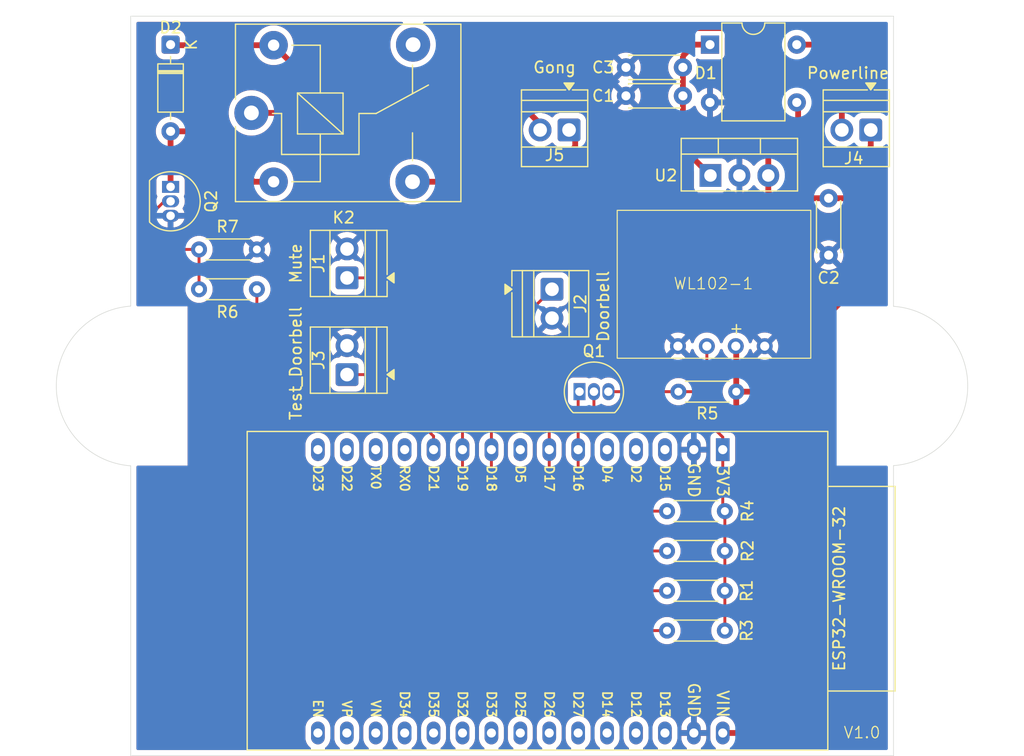
<source format=kicad_pcb>
(kicad_pcb (version 20241229) (generator "pcbnew") (generator_version "9.0")
  (layers (0 "F.Cu" signal) (2 "B.Cu" signal) (13 "F.Paste" user) (15 "B.Paste" user) (5 "F.SilkS" user "F.Silkscreen") (7 "B.SilkS" user "B.Silkscreen") (1 "F.Mask" user) (3 "B.Mask" user) (25 "Edge.Cuts" user))
  (net 0 "")
  (net 1 "GND")
  (net 2 "Net-(D1-+)")
  (net 3 "5V")
  (net 4 "Net-(J4-Pin_2)")
  (net 5 "Net-(J4-Pin_1)")
  (net 6 "Net-(J5-Pin_1)")
  (net 7 "Net-(J5-Pin_2)")
  (net 8 "Net-(ESP32-WROOM-32-D18)")
  (net 9 "Net-(ESP32-WROOM-32-D17)")
  (net 10 "Net-(ESP32-WROOM-32-D19)")
  (net 11 "D16")
  (net 12 "D21")
  (net 34 "Net-(D2-A)")
  (net 35 "3V3")
  (net 36 "Net-(Q1-D)")
  (net 37 "Net-(Q2-B)")
  (footprint "Resistor_THT:R_Axial_DIN0204_L3.6mm_D1.6mm_P5.08mm_Horizontal" (layer "F.Cu") (at 217.68456 106 180)
    (property "Reference" "R5" (at 2.54 -1.92 0) (layer "F.SilkS"))
    (property "Value" "10k")
    (fp_line (start 0.62 0.92) (end 4.46 0.92) (stroke (width 0.12)) (layer "F.SilkS"))
    (fp_line (start 0.62 -0.92) (end 4.46 -0.92) (stroke (width 0.12)) (layer "F.SilkS"))
    (pad "1" thru_hole circle (at 0 0 180) (size 1.4 1.4) (drill 0.7) (layers "*.Cu" "*.Mask") (net 3 "5V"))
    (pad "2" thru_hole circle (at 5.08 0 180) (size 1.4 1.4) (drill 0.7) (layers "*.Cu" "*.Mask") (net 36 "Net-(Q1-D)"))
  )
  (footprint "TerminalBlock:TerminalBlock_Xinya_XY308-2.54-2P_1x02_P2.54mm_Horizontal" (layer "F.Cu") (at 229.5 83 180)
    (property "Reference" "J4" (at 1.5 -2.5 0) (layer "F.SilkS"))
    (property "Value" "Powerline" (at 2 5 0) (layer "F.SilkS"))
    (fp_line (start 4.18 3.52) (end 0.3 3.52) (stroke (width 0.12)) (layer "F.SilkS"))
    (fp_line (start 4.18 -3.22) (end 4.18 3.52) (stroke (width 0.12)) (layer "F.SilkS"))
    (fp_line (start -0.3 3.52) (end -1.64 3.52) (stroke (width 0.12)) (layer "F.SilkS"))
    (fp_line (start -1.64 3.52) (end -1.64 -3.22) (stroke (width 0.12)) (layer "F.SilkS"))
    (fp_line (start -1.64 2.6) (end 4.18 2.6) (stroke (width 0.12)) (layer "F.SilkS"))
    (fp_line (start -1.64 1.6) (end 4.18 1.6) (stroke (width 0.12)) (layer "F.SilkS"))
    (fp_line (start -1.64 -1.5) (end 4.18 -1.5) (stroke (width 0.12)) (layer "F.SilkS"))
    (fp_line (start -1.64 -3.22) (end 4.18 -3.22) (stroke (width 0.12)) (layer "F.SilkS"))
    (fp_poly (pts (xy 0 3.52) (xy 0.44 4.13) (xy -0.44 4.13)) (stroke (width 0.12)) (fill yes) (layer "F.SilkS"))
    (pad "1" thru_hole roundrect (at 0 0 180) (size 2 2) (drill 1.2) (layers "*.Cu" "*.Mask") (roundrect_rratio 0.125) (net 5 "Net-(J4-Pin_1)"))
    (pad "2" thru_hole circle (at 2.54 0 180) (size 2 2) (drill 1.2) (layers "*.Cu" "*.Mask") (net 4 "Net-(J4-Pin_2)"))
  )
  (footprint "Relay_THT:Relay_SPDT_SANYOU_SRD_Series_Form_C" (layer "F.Cu") (at 175.1 81.5)
    (property "Reference" "K2" (at 8.1 9.2 0) (layer "F.SilkS"))
    (property "Value" "SRD-05VDC-SL-C")
    (fp_line (start -1.4 -7.8) (end -1.4 -1.2) (stroke (width 0.12)) (layer "F.SilkS"))
    (fp_line (start -1.4 -7.8) (end 18.4 -7.8) (stroke (width 0.12)) (layer "F.SilkS"))
    (fp_line (start -1.4 1.2) (end -1.4 7.8) (stroke (width 0.12)) (layer "F.SilkS"))
    (fp_line (start 2.65 0.05) (end 1.85 0.05) (stroke (width 0.12)) (layer "F.SilkS"))
    (fp_line (start 2.65 0.05) (end 2.65 3.65) (stroke (width 0.12)) (layer "F.SilkS"))
    (fp_line (start 3.55 6.05) (end 6.05 6.05) (stroke (width 0.12)) (layer "F.SilkS"))
    (fp_line (start 4.05 -1.75) (end 8.05 -1.75) (stroke (width 0.12)) (layer "F.SilkS"))
    (fp_line (start 4.05 1.85) (end 4.05 -1.75) (stroke (width 0.12)) (layer "F.SilkS"))
    (fp_line (start 6.05 -5.95) (end 3.55 -5.95) (stroke (width 0.12)) (layer "F.SilkS"))
    (fp_line (start 6.05 -5.95) (end 6.05 -1.75) (stroke (width 0.12)) (layer "F.SilkS"))
    (fp_line (start 6.05 1.85) (end 6.05 6.05) (stroke (width 0.12)) (layer "F.SilkS"))
    (fp_line (start 8.05 -1.75) (end 8.05 1.85) (stroke (width 0.12)) (layer "F.SilkS"))
    (fp_line (start 8.05 1.85) (end 4.05 -1.75) (stroke (width 0.12)) (layer "F.SilkS"))
    (fp_line (start 8.05 1.85) (end 4.05 1.85) (stroke (width 0.12)) (layer "F.SilkS"))
    (fp_line (start 9.45 0.05) (end 9.45 3.65) (stroke (width 0.12)) (layer "F.SilkS"))
    (fp_line (start 9.45 0.05) (end 10.95 0.05) (stroke (width 0.12)) (layer "F.SilkS"))
    (fp_line (start 9.45 3.65) (end 2.65 3.65) (stroke (width 0.12)) (layer "F.SilkS"))
    (fp_line (start 10.95 0.05) (end 15.55 -2.45) (stroke (width 0.12)) (layer "F.SilkS"))
    (fp_line (start 14.15 -4.2) (end 14.15 -1.7) (stroke (width 0.12)) (layer "F.SilkS"))
    (fp_line (start 14.15 4.2) (end 14.15 1.75) (stroke (width 0.12)) (layer "F.SilkS"))
    (fp_line (start 18.4 -7.8) (end 18.4 7.8) (stroke (width 0.12)) (layer "F.SilkS"))
    (fp_line (start 18.4 7.8) (end -1.4 7.8) (stroke (width 0.12)) (layer "F.SilkS"))
    (pad "1" thru_hole circle (at 0 0 90) (size 3 3) (drill 1.3) (layers "*.Cu" "*.Mask") (net 7 "Net-(J5-Pin_2)"))
    (pad "2" thru_hole circle (at 1.95 6.05 90) (size 2.5 2.5) (drill 1) (layers "*.Cu" "*.Mask") (net 34 "Net-(D2-A)"))
    (pad "3" thru_hole circle (at 14.15 6.05 90) (size 3 3) (drill 1.3) (layers "*.Cu" "*.Mask") (net 6 "Net-(J5-Pin_1)"))
    (pad "4" thru_hole circle (at 14.2 -6 90) (size 3 3) (drill 1.3) (layers "*.Cu" "*.Mask"))
    (pad "5" thru_hole circle (at 1.95 -5.95 90) (size 2.5 2.5) (drill 1) (layers "*.Cu" "*.Mask") (net 3 "5V"))
  )
  (footprint "Resistor_THT:R_Axial_DIN0204_L3.6mm_D1.6mm_P5.08mm_Horizontal" (layer "F.Cu") (at 170.5 93.5)
    (property "Reference" "R7" (at 2.5 -2 0) (layer "F.SilkS"))
    (property "Value" "10k")
    (fp_line (start 0.62 -0.92) (end 4.46 -0.92) (stroke (width 0.12)) (layer "F.SilkS"))
    (fp_line (start 0.62 0.92) (end 4.46 0.92) (stroke (width 0.12)) (layer "F.SilkS"))
    (pad "1" thru_hole circle (at 0 0) (size 1.4 1.4) (drill 0.7) (layers "*.Cu" "*.Mask") (net 37 "Net-(Q2-B)"))
    (pad "2" thru_hole circle (at 5.08 0) (size 1.4 1.4) (drill 0.7) (layers "*.Cu" "*.Mask") (net 1 "GND"))
  )
  (footprint "Diode_THT:Diode_Bridge_DIP-4_W7.62mm_P5.08mm" (layer "F.Cu") (at 215.38 75.5)
    (property "Reference" "D1" (at -0.38 2.5 0) (layer "F.SilkS"))
    (property "Value" "DF005M")
    (fp_line (start 1.04 -1.9) (end 1.04 6.7) (stroke (width 0.12)) (layer "F.SilkS"))
    (fp_line (start 1.04 6.7) (end 6.58 6.7) (stroke (width 0.12)) (layer "F.SilkS"))
    (fp_line (start 2.81 -1.9) (end 1.04 -1.9) (stroke (width 0.12)) (layer "F.SilkS"))
    (fp_line (start 6.58 -1.9) (end 4.81 -1.9) (stroke (width 0.12)) (layer "F.SilkS"))
    (fp_line (start 6.58 6.7) (end 6.58 -1.9) (stroke (width 0.12)) (layer "F.SilkS"))
    (fp_arc (start 4.81 -1.9) (mid 3.81 -0.9) (end 2.81 -1.9) (stroke (width 0.12)) (layer "F.SilkS"))
    (pad "1" thru_hole rect (at 0 0) (size 1.6 1.6) (drill 0.8) (layers "*.Cu" "*.Mask") (net 2 "Net-(D1-+)"))
    (pad "2" thru_hole oval (at 0 5.08) (size 1.6 1.6) (drill 0.8) (layers "*.Cu" "*.Mask") (net 1 "GND"))
    (pad "3" thru_hole oval (at 7.62 5.08) (size 1.6 1.6) (drill 0.8) (layers "*.Cu" "*.Mask") (net 5 "Net-(J4-Pin_1)"))
    (pad "4" thru_hole oval (at 7.62 0) (size 1.6 1.6) (drill 0.8) (layers "*.Cu" "*.Mask") (net 4 "Net-(J4-Pin_2)"))
  )
  (footprint "Resistor_THT:R_Axial_DIN0204_L3.6mm_D1.6mm_P5.08mm_Horizontal" (layer "F.Cu") (at 216.68456 120 180)
    (property "Reference" "R2" (at -2 0 90) (layer "F.SilkS"))
    (property "Value" "10k")
    (fp_line (start 0.62 0.92) (end 4.46 0.92) (stroke (width 0.12)) (layer "F.SilkS"))
    (fp_line (start 0.62 -0.92) (end 4.46 -0.92) (stroke (width 0.12)) (layer "F.SilkS"))
    (pad "1" thru_hole circle (at 0 0 180) (size 1.4 1.4) (drill 0.7) (layers "*.Cu" "*.Mask") (net 35 "3V3"))
    (pad "2" thru_hole circle (at 5.08 0 180) (size 1.4 1.4) (drill 0.7) (layers "*.Cu" "*.Mask") (net 9 "Net-(ESP32-WROOM-32-D17)"))
  )
  (footprint "TerminalBlock:TerminalBlock_Xinya_XY308-2.54-2P_1x02_P2.54mm_Horizontal" (layer "F.Cu") (at 201.5 97 -90)
    (property "Reference" "J2" (at 1.27 -2.5 90) (layer "F.SilkS"))
    (property "Value" "Doorbell" (at 1.5 -4.5 90) (layer "F.SilkS"))
    (fp_line (start -1.64 3.52) (end -1.64 -3.22) (stroke (width 0.12)) (layer "F.SilkS"))
    (fp_line (start -0.3 3.52) (end -1.64 3.52) (stroke (width 0.12)) (layer "F.SilkS"))
    (fp_line (start 4.18 3.52) (end 0.3 3.52) (stroke (width 0.12)) (layer "F.SilkS"))
    (fp_line (start -1.64 2.6) (end 4.18 2.6) (stroke (width 0.12)) (layer "F.SilkS"))
    (fp_line (start -1.64 1.6) (end 4.18 1.6) (stroke (width 0.12)) (layer "F.SilkS"))
    (fp_line (start -1.64 -1.5) (end 4.18 -1.5) (stroke (width 0.12)) (layer "F.SilkS"))
    (fp_line (start -1.64 -3.22) (end 4.18 -3.22) (stroke (width 0.12)) (layer "F.SilkS"))
    (fp_line (start 4.18 -3.22) (end 4.18 3.52) (stroke (width 0.12)) (layer "F.SilkS"))
    (fp_poly (pts (xy 0 3.52) (xy 0.44 4.13) (xy -0.44 4.13)) (stroke (width 0.12)) (fill yes) (layer "F.SilkS"))
    (pad "1" thru_hole roundrect (at 0 0 270) (size 2 2) (drill 1.2) (layers "*.Cu" "*.Mask") (roundrect_rratio 0.125) (net 9 "Net-(ESP32-WROOM-32-D17)"))
    (pad "2" thru_hole circle (at 2.54 0 270) (size 2 2) (drill 1.2) (layers "*.Cu" "*.Mask") (net 1 "GND"))
  )
  (footprint "Resistor_THT:R_Axial_DIN0204_L3.6mm_D1.6mm_P5.08mm_Horizontal" (layer "F.Cu") (at 175.58 97 180)
    (property "Reference" "R6" (at 2.58 -2 0) (layer "F.SilkS"))
    (property "Value" "1k")
    (fp_line (start 0.62 0.92) (end 4.46 0.92) (stroke (width 0.12)) (layer "F.SilkS"))
    (fp_line (start 0.62 -0.92) (end 4.46 -0.92) (stroke (width 0.12)) (layer "F.SilkS"))
    (pad "1" thru_hole circle (at 0 0 180) (size 1.4 1.4) (drill 0.7) (layers "*.Cu" "*.Mask") (net 12 "D21"))
    (pad "2" thru_hole circle (at 5.08 0 180) (size 1.4 1.4) (drill 0.7) (layers "*.Cu" "*.Mask") (net 37 "Net-(Q2-B)"))
  )
  (footprint "Capacitor_THT:C_Disc_D4.3mm_W1.9mm_P5.00mm" (layer "F.Cu") (at 213 77.5 180)
    (property "Reference" "C3" (at 7 0 0) (layer "F.SilkS"))
    (property "Value" "470uF")
    (fp_line (start 4.77 1.07) (end 0.23 1.07) (stroke (width 0.12)) (layer "F.SilkS"))
    (fp_line (start 4.77 1.014) (end 4.77 1.07) (stroke (width 0.12)) (layer "F.SilkS"))
    (fp_line (start 0.23 -1.014) (end 0.23 -1.07) (stroke (width 0.12)) (layer "F.SilkS"))
    (fp_line (start 0.23 -1.07) (end 4.77 -1.07) (stroke (width 0.12)) (layer "F.SilkS"))
    (pad "1" thru_hole circle (at 0 0 180) (size 1.6 1.6) (drill 0.8) (layers "*.Cu" "*.Mask") (net 2 "Net-(D1-+)"))
    (pad "2" thru_hole circle (at 5 0 180) (size 1.6 1.6) (drill 0.8) (layers "*.Cu" "*.Mask") (net 1 "GND"))
  )
  (footprint "Capacitor_THT:C_Disc_D4.3mm_W1.9mm_P5.00mm" (layer "F.Cu") (at 213 80 180)
    (property "Reference" "C1" (at 7 0 0) (layer "F.SilkS"))
    (property "Value" "0.33uF")
    (fp_line (start 4.77 1.07) (end 0.23 1.07) (stroke (width 0.12)) (layer "F.SilkS"))
    (fp_line (start 4.77 1.014) (end 4.77 1.07) (stroke (width 0.12)) (layer "F.SilkS"))
    (fp_line (start 0.23 -1.014) (end 0.23 -1.07) (stroke (width 0.12)) (layer "F.SilkS"))
    (fp_line (start 0.23 -1.07) (end 4.77 -1.07) (stroke (width 0.12)) (layer "F.SilkS"))
    (pad "1" thru_hole circle (at 0 0 180) (size 1.6 1.6) (drill 0.8) (layers "*.Cu" "*.Mask") (net 2 "Net-(D1-+)"))
    (pad "2" thru_hole circle (at 5 0 180) (size 1.6 1.6) (drill 0.8) (layers "*.Cu" "*.Mask") (net 1 "GND"))
  )
  (footprint "Resistor_THT:R_Axial_DIN0204_L3.6mm_D1.6mm_P5.08mm_Horizontal" (layer "F.Cu") (at 216.68456 123.5 180)
    (property "Reference" "R1" (at -1.92 0 90) (layer "F.SilkS"))
    (property "Value" "10k")
    (fp_line (start 0.62 0.92) (end 4.46 0.92) (stroke (width 0.12)) (layer "F.SilkS"))
    (fp_line (start 0.62 -0.92) (end 4.46 -0.92) (stroke (width 0.12)) (layer "F.SilkS"))
    (pad "1" thru_hole circle (at 0 0 180) (size 1.4 1.4) (drill 0.7) (layers "*.Cu" "*.Mask") (net 35 "3V3"))
    (pad "2" thru_hole circle (at 5.08 0 180) (size 1.4 1.4) (drill 0.7) (layers "*.Cu" "*.Mask") (net 8 "Net-(ESP32-WROOM-32-D18)"))
  )
  (footprint "Resistor_THT:R_Axial_DIN0204_L3.6mm_D1.6mm_P5.08mm_Horizontal" (layer "F.Cu") (at 216.68456 127 180)
    (property "Reference" "R3" (at -1.92 0 90) (layer "F.SilkS"))
    (property "Value" "10k")
    (fp_line (start 0.62 0.92) (end 4.46 0.92) (stroke (width 0.12)) (layer "F.SilkS"))
    (fp_line (start 0.62 -0.92) (end 4.46 -0.92) (stroke (width 0.12)) (layer "F.SilkS"))
    (pad "1" thru_hole circle (at 0 0 180) (size 1.4 1.4) (drill 0.7) (layers "*.Cu" "*.Mask") (net 35 "3V3"))
    (pad "2" thru_hole circle (at 5.08 0 180) (size 1.4 1.4) (drill 0.7) (layers "*.Cu" "*.Mask") (net 10 "Net-(ESP32-WROOM-32-D19)"))
  )
  (footprint "Package_TO_SOT_THT:TO-92_Inline" (layer "F.Cu") (at 203.91456 106)
    (property "Reference" "Q1" (at 1.27 -3.56 0) (layer "F.SilkS"))
    (property "Value" "2N7000")
    (fp_line (start -0.53 1.85) (end 3.07 1.85) (stroke (width 0.12)) (layer "F.SilkS"))
    (fp_arc (start -0.568478 1.838478) (mid -1.132087 -0.994977) (end 1.27 -2.6) (stroke (width 0.12)) (layer "F.SilkS"))
    (fp_arc (start 1.27 -2.6) (mid 3.672087 -0.994977) (end 3.108478 1.838478) (stroke (width 0.12)) (layer "F.SilkS"))
    (pad "1" thru_hole rect (at 0 0) (size 1.05 1.5) (drill 0.75) (layers "*.Cu" "*.Mask") (net 11 "D16"))
    (pad "2" thru_hole oval (at 1.27 0) (size 1.05 1.5) (drill 0.75) (layers "*.Cu" "*.Mask") (net 35 "3V3"))
    (pad "3" thru_hole oval (at 2.54 0) (size 1.05 1.5) (drill 0.75) (layers "*.Cu" "*.Mask") (net 36 "Net-(Q1-D)"))
  )
  (footprint "MountingHole:MountingHole_5.3mm_M5" (layer "F.Cu") (at 233.5 105.5)
    (property "Reference" "REF**" (hide yes))
    (property "Value" "MountingHole_5.3mm_M5")
    (pad "" np_thru_hole circle (at 0 0) (size 5.3 5.3) (drill 5.3) (layers "*.Cu" "*.Mask"))
  )
  (footprint "MountingHole:MountingHole_5.3mm_M5" (layer "F.Cu") (at 162.5 105.5)
    (property "Reference" "REF**" (hide yes))
    (property "Value" "MountingHole_5.3mm_M5")
    (pad "" np_thru_hole circle (at 0 0) (size 5.3 5.3) (drill 5.3) (layers "*.Cu" "*.Mask"))
  )
  (footprint "TerminalBlock:TerminalBlock_Xinya_XY308-2.54-2P_1x02_P2.54mm_Horizontal" (layer "F.Cu") (at 183.5 96 90)
    (property "Reference" "J1" (at 1.275 -2.5 90) (layer "F.SilkS"))
    (property "Value" "Mute" (at 1.275 -4.5 90) (layer "F.SilkS"))
    (fp_line (start 4.18 -3.22) (end 4.18 3.52) (stroke (width 0.12)) (layer "F.SilkS"))
    (fp_line (start -1.64 -3.22) (end 4.18 -3.22) (stroke (width 0.12)) (layer "F.SilkS"))
    (fp_line (start -1.64 -1.5) (end 4.18 -1.5) (stroke (width 0.12)) (layer "F.SilkS"))
    (fp_line (start -1.64 1.6) (end 4.18 1.6) (stroke (width 0.12)) (layer "F.SilkS"))
    (fp_line (start -1.64 2.6) (end 4.18 2.6) (stroke (width 0.12)) (layer "F.SilkS"))
    (fp_line (start 4.18 3.52) (end 0.3 3.52) (stroke (width 0.12)) (layer "F.SilkS"))
    (fp_line (start -0.3 3.52) (end -1.64 3.52) (stroke (width 0.12)) (layer "F.SilkS"))
    (fp_line (start -1.64 3.52) (end -1.64 -3.22) (stroke (width 0.12)) (layer "F.SilkS"))
    (fp_poly (pts (xy 0 3.52) (xy 0.44 4.13) (xy -0.44 4.13)) (stroke (width 0.12)) (fill yes) (layer "F.SilkS"))
    (pad "1" thru_hole roundrect (at 0 0 90) (size 2 2) (drill 1.2) (layers "*.Cu" "*.Mask") (roundrect_rratio 0.125) (net 8 "Net-(ESP32-WROOM-32-D18)"))
    (pad "2" thru_hole circle (at 2.54 0 90) (size 2 2) (drill 1.2) (layers "*.Cu" "*.Mask") (net 1 "GND"))
  )
  (footprint "TerminalBlock:TerminalBlock_Xinya_XY308-2.54-2P_1x02_P2.54mm_Horizontal" (layer "F.Cu") (at 183.5 104.5 90)
    (property "Reference" "J3" (at 1.27 -2.5 90) (layer "F.SilkS"))
    (property "Value" "Test_Doorbell" (at 1 -4.5 90) (layer "F.SilkS"))
    (fp_line (start 4.18 -3.22) (end 4.18 3.52) (stroke (width 0.12)) (layer "F.SilkS"))
    (fp_line (start -1.64 -3.22) (end 4.18 -3.22) (stroke (width 0.12)) (layer "F.SilkS"))
    (fp_line (start -1.64 -1.5) (end 4.18 -1.5) (stroke (width 0.12)) (layer "F.SilkS"))
    (fp_line (start -1.64 1.6) (end 4.18 1.6) (stroke (width 0.12)) (layer "F.SilkS"))
    (fp_line (start -1.64 2.6) (end 4.18 2.6) (stroke (width 0.12)) (layer "F.SilkS"))
    (fp_line (start 4.18 3.52) (end 0.3 3.52) (stroke (width 0.12)) (layer "F.SilkS"))
    (fp_line (start -0.3 3.52) (end -1.64 3.52) (stroke (width 0.12)) (layer "F.SilkS"))
    (fp_line (start -1.64 3.52) (end -1.64 -3.22) (stroke (width 0.12)) (layer "F.SilkS"))
    (fp_poly (pts (xy 0 3.52) (xy 0.44 4.13) (xy -0.44 4.13)) (stroke (width 0.12)) (fill yes) (layer "F.SilkS"))
    (pad "1" thru_hole roundrect (at 0 0 90) (size 2 2) (drill 1.2) (layers "*.Cu" "*.Mask") (roundrect_rratio 0.125) (net 10 "Net-(ESP32-WROOM-32-D19)"))
    (pad "2" thru_hole circle (at 2.54 0 90) (size 2 2) (drill 1.2) (layers "*.Cu" "*.Mask") (net 1 "GND"))
  )
  (footprint "Customs:ESP32-WROOM-32" (layer "F.Cu") (at 224.628 110.6 -90)
    (property "Reference" "ESP32-WROOM-32" (at 12.7 -2.1 270) (layer "F.SilkS"))
    (property "Value" "~" (hide yes))
    (fp_line (start -1.1 49.9) (end 26.9 49.9) (stroke (width 0.12)) (layer "F.SilkS"))
    (fp_line (start 26.899911 49.9) (end 26.9 -1.1) (stroke (width 0.12)) (layer "F.SilkS"))
    (fp_line (start -1.1 -1.1) (end -1.1 49.9) (stroke (width 0.12)) (layer "F.SilkS"))
    (fp_line (start 26.9 -1.1) (end -1.1 -1.1) (stroke (width 0.12)) (layer "F.SilkS"))
    (fp_line (start 3.73012 -1.12032) (end 3.73012 -7.01312) (stroke (width 0.12)) (layer "F.SilkS"))
    (fp_line (start 3.73012 -7.01312) (end 21.71332 -7.01312) (stroke (width 0.12)) (layer "F.SilkS"))
    (fp_line (start 21.71332 -7.01312) (end 21.71332 -1.12032) (stroke (width 0.12)) (layer "F.SilkS"))
    (fp_text user "D22" (at 1.766 41.148 270) (layer "F.SilkS") (effects (font (size 0.8 0.8)) (justify left)))
    (fp_text user "D17" (at 1.766 23.368 270) (layer "F.SilkS") (effects (font (size 0.8 0.8)) (justify left)))
    (fp_text user "3V3" (at 1.778 8.128 270) (layer "F.SilkS") (effects (justify left)))
    (fp_text user "TX0" (at 1.766 38.608 270) (layer "F.SilkS") (effects (font (size 0.8 0.8)) (justify left)))
    (fp_text user "VP" (at 24.13 41.148 270) (layer "F.SilkS") (effects (font (size 0.8 0.8)) (justify right)))
    (fp_text user "D12" (at 24.13 15.748 270) (layer "F.SilkS") (effects (font (size 0.8 0.8)) (justify right)))
    (fp_text user "D35" (at 24.13 33.528 270) (layer "F.SilkS") (effects (font (size 0.8 0.8)) (justify right)))
    (fp_text user "D16" (at 1.766 20.828 270) (layer "F.SilkS") (effects (font (size 0.8 0.8)) (justify left)))
    (fp_text user "VIN" (at 24.13 8.128 270) (layer "F.SilkS") (effects (justify right)))
    (fp_text user "VN" (at 24.13 38.608 270) (layer "F.SilkS") (effects (font (size 0.8 0.8)) (justify right)))
    (fp_text user "EN" (at 24.13 43.688 270) (layer "F.SilkS") (effects (font (size 0.8 0.8)) (justify right)))
    (fp_text user "D23" (at 1.766 43.688 270) (layer "F.SilkS") (effects (font (size 0.8 0.8)) (justify left)))
    (fp_text user "D13" (at 24.13 13.208 270) (layer "F.SilkS") (effects (font (size 0.8 0.8)) (justify right)))
    (fp_text user "D14" (at 24.13 18.288 270) (layer "F.SilkS") (effects (font (size 0.8 0.8)) (justify right)))
    (fp_text user "D15" (at 1.766 13.208 270) (layer "F.SilkS") (effects (font (size 0.8 0.8)) (justify left)))
    (fp_text user "D33" (at 24.13 28.448 270) (layer "F.SilkS") (effects (font (size 0.8 0.8)) (justify right)))
    (fp_text user "D26" (at 24.13 23.368 270) (layer "F.SilkS") (effects (font (size 0.8 0.8)) (justify right)))
    (fp_text user "D21" (at 1.766 33.528 270) (layer "F.SilkS") (effects (font (size 0.8 0.8)) (justify left)))
    (fp_text user "D4" (at 1.766 18.288 270) (layer "F.SilkS") (effects (font (size 0.8 0.8)) (justify left)))
    (fp_text user "D32" (at 24.13 30.988 270) (layer "F.SilkS") (effects (font (size 0.8 0.8)) (justify right)))
    (fp_text user "RX0" (at 1.766 36.068 270) (layer "F.SilkS") (effects (font (size 0.8 0.8)) (justify left)))
    (fp_text user "D18" (at 1.766 28.448 270) (layer "F.SilkS") (effects (font (size 0.8 0.8)) (justify left)))
    (fp_text user "GND" (at 24.13 10.668 270) (layer "F.SilkS") (effects (justify right)))
    (fp_text user "D34" (at 24.13 36.068 270) (layer "F.SilkS") (effects (font (size 0.8 0.8)) (justify right)))
    (fp_text user "D2" (at 1.766 15.748 270) (layer "F.SilkS") (effects (font (size 0.8 0.8)) (justify left)))
    (fp_text user "D19" (at 1.766 30.988 270) (layer "F.SilkS") (effects (font (size 0.8 0.8)) (justify left)))
    (fp_text user "D25" (at 24.13 25.908 270) (layer "F.SilkS") (effects (font (size 0.8 0.8)) (justify right)))
    (fp_text user "D5" (at 1.766 25.908 270) (layer "F.SilkS") (effects (font (size 0.8 0.8)) (justify left)))
    (fp_text user "D27" (at 24.13 20.828 270) (layer "F.SilkS") (effects (font (size 0.8 0.8)) (justify right)))
    (fp_text user "GND" (at 4.814 10.668 270) (layer "F.SilkS") (effects (justify right)))
    (pad "1" thru_hole rect (at 0.496 8.128 180) (size 1.2 2) (drill 0.8) (layers "*.Cu" "*.Mask") (net 35 "3V3"))
    (pad "2" thru_hole oval (at 0.496 10.668 180) (size 1.2 2) (drill 0.8) (layers "*.Cu" "*.Mask") (net 1 "GND"))
    (pad "3" thru_hole oval (at 0.496 13.208 180) (size 1.2 2) (drill 0.8) (layers "*.Cu" "*.Mask"))
    (pad "4" thru_hole oval (at 0.496 15.748 180) (size 1.2 2) (drill 0.8) (layers "*.Cu" "*.Mask"))
    (pad "5" thru_hole oval (at 0.496 18.288 180) (size 1.2 2) (drill 0.8) (layers "*.Cu" "*.Mask"))
    (pad "6" thru_hole oval (at 0.496 20.828 180) (size 1.2 2) (drill 0.8) (layers "*.Cu" "*.Mask") (net 11 "D16"))
    (pad "7" thru_hole oval (at 0.496 23.368 180) (size 1.2 2) (drill 0.8) (layers "*.Cu" "*.Mask") (net 9 "Net-(ESP32-WROOM-32-D17)"))
    (pad "8" thru_hole oval (at 0.496 25.908 180) (size 1.2 2) (drill 0.8) (layers "*.Cu" "*.Mask"))
    (pad "9" thru_hole oval (at 0.496 28.448 180) (size 1.2 2) (drill 0.8) (layers "*.Cu" "*.Mask") (net 8 "Net-(ESP32-WROOM-32-D18)"))
    (pad "10" thru_hole oval (at 0.496 30.988 180) (size 1.2 2) (drill 0.8) (layers "*.Cu" "*.Mask") (net 10 "Net-(ESP32-WROOM-32-D19)"))
    (pad "11" thru_hole oval (at 0.496 33.528 180) (size 1.2 2) (drill 0.8) (layers "*.Cu" "*.Mask") (net 12 "D21"))
    (pad "12" thru_hole oval (at 0.496 36.068 180) (size 1.2 2) (drill 0.8) (layers "*.Cu" "*.Mask"))
    (pad "13" thru_hole oval (at 0.496 38.608 180) (size 1.2 2) (drill 0.8) (layers "*.Cu" "*.Mask"))
    (pad "14" thru_hole oval (at 0.496 41.148 180) (size 1.2 2) (drill 0.8) (layers "*.Cu" "*.Mask"))
    (pad "15" thru_hole oval (at 0.496 43.688 180) (size 1.2 2) (drill 0.8) (layers "*.Cu" "*.Mask"))
    (pad "16" thru_hole oval (at 25.4 8.128 180) (size 1.2 2) (drill 0.8) (layers "*.Cu" "*.Mask") (net 3 "5V"))
    (pad "17" thru_hole oval (at 25.4 10.668 180) (size 1.2 2) (drill 0.8) (layers "*.Cu" "*.Mask") (net 1 "GND"))
    (pad "18" thru_hole oval (at 25.4 13.208 180) (size 1.2 2) (drill 0.8) (layers "*.Cu" "*.Mask"))
    (pad "19" thru_hole oval (at 25.4 15.748 180) (size 1.2 2) (drill 0.8) (layers "*.Cu" "*.Mask"))
    (pad "20" thru_hole oval (at 25.4 18.288 180) (size 1.2 2) (drill 0.8) (layers "*.Cu" "*.Mask"))
    (pad "21" thru_hole oval (at 25.4 20.828 180) (size 1.2 2) (drill 0.8) (layers "*.Cu" "*.Mask"))
    (pad "22" thru_hole oval (at 25.4 23.368 180) (size 1.2 2) (drill 0.8) (layers "*.Cu" "*.Mask"))
    (pad "23" thru_hole oval (at 25.4 25.908 180) (size 1.2 2) (drill 0.8) (layers "*.Cu" "*.Mask"))
    (pad "24" thru_hole oval (at 25.4 28.448 180) (size 1.2 2) (drill 0.8) (layers "*.Cu" "*.Mask"))
    (pad "25" thru_hole oval (at 25.4 30.988 180) (size 1.2 2) (drill 0.8) (layers "*.Cu" "*.Mask"))
    (pad "26" thru_hole oval (at 25.4 33.528 180) (size 1.2 2) (drill 0.8) (layers "*.Cu" "*.Mask"))
    (pad "27" thru_hole oval (at 25.4 36.068 180) (size 1.2 2) (drill 0.8) (layers "*.Cu" "*.Mask"))
    (pad "28" thru_hole oval (at 25.4 38.608 180) (size 1.2 2) (drill 0.8) (layers "*.Cu" "*.Mask"))
    (pad "29" thru_hole oval (at 25.4 41.148 180) (size 1.2 2) (drill 0.8) (layers "*.Cu" "*.Mask"))
    (pad "30" thru_hole oval (at 25.4 43.688 180) (size 1.2 2) (drill 0.8) (layers "*.Cu" "*.Mask"))
  )
  (footprint "RF_Module:WL102-341" (layer "F.Cu") (at 207.23056 90.062)
    (property "Reference" "WL102-1" (at 8.454 6.438 0) (layer "F.SilkS") (effects (font (thickness 0.1))))
    (property "Value" "~")
    (fp_rect (start 0 0) (end 17 13) (stroke (width 0.1)) (fill no) (layer "F.SilkS"))
    (pad "1" thru_hole circle (at 12.954 11.938) (size 1.4 1.4) (drill 0.8) (layers "*.Cu" "*.Mask") (net 1 "GND"))
    (pad "2" thru_hole circle (at 10.414 11.938) (size 1.4 1.4) (drill 0.8) (layers "*.Cu" "*.Mask") (net 3 "5V"))
    (pad "3" thru_hole circle (at 7.874 11.938) (size 1.4 1.4) (drill 0.8) (layers "*.Cu" "*.Mask") (net 36 "Net-(Q1-D)"))
    (pad "4" thru_hole circle (at 5.334 11.938) (size 1.4 1.4) (drill 0.8) (layers "*.Cu" "*.Mask") (net 1 "GND"))
  )
  (footprint "TerminalBlock:TerminalBlock_Xinya_XY308-2.54-2P_1x02_P2.54mm_Horizontal" (layer "F.Cu") (at 203 83 180)
    (property "Reference" "J5" (at 1.27 -2.2175 0) (layer "F.SilkS"))
    (property "Value" "Gong" (at 1.275 5.5 0) (layer "F.SilkS"))
    (fp_line (start 4.18 3.52) (end 0.3 3.52) (stroke (width 0.12)) (layer "F.SilkS"))
    (fp_line (start 4.18 -3.22) (end 4.18 3.52) (stroke (width 0.12)) (layer "F.SilkS"))
    (fp_line (start -0.3 3.52) (end -1.64 3.52) (stroke (width 0.12)) (layer "F.SilkS"))
    (fp_line (start -1.64 3.52) (end -1.64 -3.22) (stroke (width 0.12)) (layer "F.SilkS"))
    (fp_line (start -1.64 2.6) (end 4.18 2.6) (stroke (width 0.12)) (layer "F.SilkS"))
    (fp_line (start -1.64 1.6) (end 4.18 1.6) (stroke (width 0.12)) (layer "F.SilkS"))
    (fp_line (start -1.64 -1.5) (end 4.18 -1.5) (stroke (width 0.12)) (layer "F.SilkS"))
    (fp_line (start -1.64 -3.22) (end 4.18 -3.22) (stroke (width 0.12)) (layer "F.SilkS"))
    (fp_poly (pts (xy 0 3.52) (xy 0.44 4.13) (xy -0.44 4.13)) (stroke (width 0.12)) (fill yes) (layer "F.SilkS"))
    (pad "1" thru_hole roundrect (at 0 0 180) (size 2 2) (drill 1.2) (layers "*.Cu" "*.Mask") (roundrect_rratio 0.125) (net 6 "Net-(J5-Pin_1)"))
    (pad "2" thru_hole circle (at 2.54 0 180) (size 2 2) (drill 1.2) (layers "*.Cu" "*.Mask") (net 7 "Net-(J5-Pin_2)"))
  )
  (footprint "Package_TO_SOT_THT:TO-92_Inline" (layer "F.Cu") (at 168 88 -90)
    (property "Reference" "Q2" (at 1.27 -3.56 90) (layer "F.SilkS"))
    (property "Value" "BC338")
    (fp_line (start -0.53 1.85) (end 3.07 1.85) (stroke (width 0.12)) (layer "F.SilkS"))
    (fp_arc (start -0.568478 1.838478) (mid -1.132087 -0.994977) (end 1.27 -2.6) (stroke (width 0.12)) (layer "F.SilkS"))
    (fp_arc (start 1.27 -2.6) (mid 3.672087 -0.994977) (end 3.108478 1.838478) (stroke (width 0.12)) (layer "F.SilkS"))
    (pad "1" thru_hole rect (at 0 0 270) (size 1.05 1.5) (drill 0.75) (layers "*.Cu" "*.Mask") (net 34 "Net-(D2-A)"))
    (pad "2" thru_hole oval (at 1.27 0 270) (size 1.05 1.5) (drill 0.75) (layers "*.Cu" "*.Mask") (net 37 "Net-(Q2-B)"))
    (pad "3" thru_hole oval (at 2.54 0 270) (size 1.05 1.5) (drill 0.75) (layers "*.Cu" "*.Mask") (net 1 "GND"))
  )
  (footprint "Capacitor_THT:C_Disc_D4.3mm_W1.9mm_P5.00mm" (layer "F.Cu") (at 225.8 89 -90)
    (property "Reference" "C2" (at 7 0 0) (layer "F.SilkS"))
    (property "Value" "10nF")
    (fp_line (start 4.77 1.07) (end 0.23 1.07) (stroke (width 0.12)) (layer "F.SilkS"))
    (fp_line (start 4.77 1.014) (end 4.77 1.07) (stroke (width 0.12)) (layer "F.SilkS"))
    (fp_line (start 0.23 -1.014) (end 0.23 -1.07) (stroke (width 0.12)) (layer "F.SilkS"))
    (fp_line (start 0.23 -1.07) (end 4.77 -1.07) (stroke (width 0.12)) (layer "F.SilkS"))
    (pad "1" thru_hole circle (at 0 0 270) (size 1.6 1.6) (drill 0.8) (layers "*.Cu" "*.Mask") (net 3 "5V"))
    (pad "2" thru_hole circle (at 5 0 270) (size 1.6 1.6) (drill 0.8) (layers "*.Cu" "*.Mask") (net 1 "GND"))
  )
  (footprint "Resistor_THT:R_Axial_DIN0204_L3.6mm_D1.6mm_P5.08mm_Horizontal" (layer "F.Cu") (at 216.68456 116.5 180)
    (property "Reference" "R4" (at -2 0 90) (layer "F.SilkS"))
    (property "Value" "10k")
    (fp_line (start 0.62 0.92) (end 4.46 0.92) (stroke (width 0.12)) (layer "F.SilkS"))
    (fp_line (start 0.62 -0.92) (end 4.46 -0.92) (stroke (width 0.12)) (layer "F.SilkS"))
    (pad "1" thru_hole circle (at 0 0 180) (size 1.4 1.4) (drill 0.7) (layers "*.Cu" "*.Mask") (net 35 "3V3"))
    (pad "2" thru_hole circle (at 5.08 0 180) (size 1.4 1.4) (drill 0.7) (layers "*.Cu" "*.Mask") (net 11 "D16"))
  )
  (footprint "Diode_THT:D_DO-35_SOD27_P7.62mm_Horizontal" (layer "F.Cu") (at 168 75.5 -90)
    (property "Reference" "D2" (at -1.5 0 0) (layer "F.SilkS"))
    (property "Value" "1N914")
    (fp_line (start 1.04 0) (end 1.69 0) (stroke (width 0.12)) (layer "F.SilkS"))
    (fp_line (start 6.58 0) (end 5.93 0) (stroke (width 0.12)) (layer "F.SilkS"))
    (fp_line (start 2.29 -1.12) (end 2.29 1.12) (stroke (width 0.12)) (layer "F.SilkS"))
    (fp_line (start 2.41 -1.12) (end 2.41 1.12) (stroke (width 0.12)) (layer "F.SilkS"))
    (fp_line (start 2.53 -1.12) (end 2.53 1.12) (stroke (width 0.12)) (layer "F.SilkS"))
    (fp_rect (start 1.69 -1.12) (end 5.93 1.12) (stroke (width 0.12)) (fill no) (layer "F.SilkS"))
    (fp_text user "K" (at 0 -1.8 90) (layer "F.SilkS"))
    (pad "1" thru_hole roundrect (at 0 0 270) (size 1.6 1.6) (drill 0.8) (layers "*.Cu" "*.Mask") (roundrect_rratio 0.15625) (net 3 "5V"))
    (pad "2" thru_hole circle (at 7.62 0 270) (size 1.6 1.6) (drill 0.8) (layers "*.Cu" "*.Mask") (net 34 "Net-(D2-A)"))
  )
  (footprint "Package_TO_SOT_THT:TO-220-3_Vertical" (layer "F.Cu") (at 215.42 87)
    (property "Reference" "U2" (at -3.92 0 0) (layer "F.SilkS"))
    (property "Value" "LM7805_TO220")
    (fp_line (start -2.57 -3.26) (end 7.65 -3.26) (stroke (width 0.12)) (layer "F.SilkS"))
    (fp_line (start -2.57 -1.88) (end 7.65 -1.88) (stroke (width 0.12)) (layer "F.SilkS"))
    (fp_line (start -2.57 1.36) (end -2.57 -3.26) (stroke (width 0.12)) (layer "F.SilkS"))
    (fp_line (start 0.69 -3.26) (end 0.69 -1.88) (stroke (width 0.12)) (layer "F.SilkS"))
    (fp_line (start 4.39 -3.26) (end 4.39 -1.88) (stroke (width 0.12)) (layer "F.SilkS"))
    (fp_line (start 7.65 -3.26) (end 7.65 1.36) (stroke (width 0.12)) (layer "F.SilkS"))
    (fp_line (start 7.65 1.36) (end -2.57 1.36) (stroke (width 0.12)) (layer "F.SilkS"))
    (pad "1" thru_hole rect (at 0 0) (size 1.905 2) (drill 1.1) (layers "*.Cu" "*.Mask") (net 2 "Net-(D1-+)"))
    (pad "2" thru_hole oval (at 2.54 0) (size 1.905 2) (drill 1.1) (layers "*.Cu" "*.Mask") (net 1 "GND"))
    (pad "3" thru_hole oval (at 5.08 0) (size 1.905 2) (drill 1.1) (layers "*.Cu" "*.Mask") (net 3 "5V"))
  )
  (gr_line (start 164.5 73) (end 164.5 98.482166) (stroke (width 0.05)) (layer "Edge.Cuts"))
  (gr_arc (start 164.498733 112.517743) (mid 157.964377 105.499365) (end 164.5 98.482166) (stroke (width 0.05)) (layer "Edge.Cuts"))
  (gr_line (start 164.5 138) (end 231.5 138) (stroke (width 0.05)) (layer "Edge.Cuts"))
  (gr_line (start 164.5 112.517832) (end 164.5 138) (stroke (width 0.05)) (layer "Edge.Cuts"))
  (gr_line (start 164.5 73) (end 231.5 73) (stroke (width 0.05)) (layer "Edge.Cuts"))
  (gr_line (start 231.5 73) (end 231.5 98.5) (stroke (width 0.05)) (layer "Edge.Cuts"))
  (gr_arc (start 231.501274 98.500092) (mid 238.017834 105.500639) (end 231.5 112.5) (stroke (width 0.05)) (layer "Edge.Cuts"))
  (gr_line (start 231.5 112.5) (end 231.5 138) (stroke (width 0.05)) (layer "Edge.Cuts"))
  (gr_text "+" (at 217 101 0) (layer "F.SilkS") (effects (font (size 1 1) (thickness 0.125)) (justify left bottom)))
  (gr_text "V1.0" (at 227.05 136.55 0) (layer "F.SilkS") (effects (font (size 1 1) (thickness 0.1)) (justify left bottom)))
  (segment (start 213 76.5) (end 214 75.5) (width 0.508) (layer "F.Cu") (net 2))
  (segment (start 213 80) (end 213 84.58) (width 0.508) (layer "F.Cu") (net 2))
  (segment (start 213 84.58) (end 215.42 87) (width 0.508) (layer "F.Cu") (net 2))
  (segment (start 213 77.5) (end 213 80) (width 0.508) (layer "F.Cu") (net 2))
  (segment (start 213 77.5) (end 213 76.5) (width 0.508) (layer "F.Cu") (net 2))
  (segment (start 214 75.5) (end 215.5 75.5) (width 0.508) (layer "F.Cu") (net 2))
  (segment (start 221 89) (end 225.8 89) (width 0.508) (layer "F.Cu") (net 3))
  (segment (start 217.68456 106) (end 222.5 106) (width 0.508) (layer "F.Cu") (net 3))
  (segment (start 179.875 78.375) (end 177.05 75.55) (width 0.508) (layer "F.Cu") (net 3))
  (segment (start 222.5 106) (end 223.5 105) (width 0.508) (layer "F.Cu") (net 3))
  (segment (start 217.68456 106) (end 217.68456 102.04) (width 0.508) (layer "F.Cu") (net 3))
  (segment (start 223.5 101.5) (end 228.5 96.5) (width 0.508) (layer "F.Cu") (net 3))
  (segment (start 217.68456 106) (end 217.68456 108.5) (width 0.508) (layer "F.Cu") (net 3))
  (segment (start 196.275 78.375) (end 179.875 78.375) (width 0.508) (layer "F.Cu") (net 3))
  (segment (start 219.68456 110.5) (end 219.68456 134.5) (width 0.508) (layer "F.Cu") (net 3))
  (segment (start 227.5 89) (end 225.8 89) (width 0.508) (layer "F.Cu") (net 3))
  (segment (start 217.68456 102.04) (end 217.64456 102) (width 0.508) (layer "F.Cu") (net 3))
  (segment (start 219.68456 134.5) (end 218.18456 136) (width 0.508) (layer "F.Cu") (net 3))
  (segment (start 217.68456 108.5) (end 219.68456 110.5) (width 0.508) (layer "F.Cu") (net 3))
  (segment (start 177.05 75.55) (end 168.05 75.55) (width 0.508) (layer "F.Cu") (net 3))
  (segment (start 218.045 74.045) (end 200.605 74.045) (width 0.508) (layer "F.Cu") (net 3))
  (segment (start 220.5 87) (end 220.5 88.5) (width 0.508) (layer "F.Cu") (net 3))
  (segment (start 168.05 75.55) (end 168 75.5) (width 0.508) (layer "F.Cu") (net 3))
  (segment (start 200.605 74.045) (end 196.275 78.375) (width 0.508) (layer "F.Cu") (net 3))
  (segment (start 228.5 90) (end 227.5 89) (width 0.508) (layer "F.Cu") (net 3))
  (segment (start 220.5 87) (end 220.5 76.5) (width 0.508) (layer "F.Cu") (net 3))
  (segment (start 218.18456 136) (end 216.5 136) (width 0.508) (layer "F.Cu") (net 3))
  (segment (start 220.5 76.5) (end 218.045 74.045) (width 0.508) (layer "F.Cu") (net 3))
  (segment (start 228.5 96.5) (end 228.5 90) (width 0.508) (layer "F.Cu") (net 3))
  (segment (start 220.5 88.5) (end 221 89) (width 0.508) (layer "F.Cu") (net 3))
  (segment (start 223.5 105) (end 223.5 101.5) (width 0.508) (layer "F.Cu") (net 3))
  (segment (start 225.46 75.5) (end 223.12 75.5) (width 0.508) (layer "F.Cu") (net 4))
  (segment (start 226.46 76.5) (end 226.5 76.5) (width 0.508) (layer "F.Cu") (net 4))
  (segment (start 226.96 76.96) (end 226.96 82) (width 0.508) (layer "F.Cu") (net 4))
  (segment (start 226.5 76.5) (end 226.96 76.96) (width 0.508) (layer "F.Cu") (net 4))
  (segment (start 225.46 75.5) (end 226.46 76.5) (width 0.508) (layer "F.Cu") (net 4))
  (segment (start 223.12 80.58) (end 223.12 84.62) (width 0.508) (layer "F.Cu") (net 5))
  (segment (start 229.5 84.5) (end 229.5 83) (width 0.508) (layer "F.Cu") (net 5))
  (segment (start 224.5 86) (end 228 86) (width 0.508) (layer "F.Cu") (net 5))
  (segment (start 228 86) (end 229.5 84.5) (width 0.508) (layer "F.Cu") (net 5))
  (segment (start 223.12 84.62) (end 224.5 86) (width 0.508) (layer "F.Cu") (net 5))
  (segment (start 200.45 87.55) (end 189.25 87.55) (width 0.508) (layer "F.Cu") (net 6))
  (segment (start 203.54 84.46) (end 200.45 87.55) (width 0.508) (layer "F.Cu") (net 6))
  (segment (start 203.54 83) (end 203.54 84.46) (width 0.508) (layer "F.Cu") (net 6))
  (segment (start 199.5 81.5) (end 201 83) (width 0.508) (layer "F.Cu") (net 7))
  (segment (start 175.1 81.5) (end 199.5 81.5) (width 0.508) (layer "F.Cu") (net 7))
  (segment (start 196.18 118.99544) (end 196.18 111.096) (width 0.254) (layer "F.Cu") (net 8))
  (segment (start 196.18 111.096) (end 196.18 99.18) (width 0.254) (layer "F.Cu") (net 8))
  (segment (start 198.68456 123.5) (end 196.18 120.99544) (width 0.254) (layer "F.Cu") (net 8))
  (segment (start 196.18 99.18) (end 193 96) (width 0.254) (layer "F.Cu") (net 8))
  (segment (start 193 96) (end 183.5 96) (width 0.254) (layer "F.Cu") (net 8))
  (segment (start 211.60456 123.5) (end 198.68456 123.5) (width 0.254) (layer "F.Cu") (net 8))
  (segment (start 196.18 120.99544) (end 196.18 118.99544) (width 0.254) (layer "F.Cu") (net 8))
  (segment (start 199.5 103.5) (end 199.5 99) (width 0.254) (layer "F.Cu") (net 9))
  (segment (start 201.04 97.46) (end 201.5 97.46) (width 0.254) (layer "F.Cu") (net 9))
  (segment (start 203.18456 120) (end 201.26 118.07544) (width 0.254) (layer "F.Cu") (net 9))
  (segment (start 199.5 99) (end 201.04 97.46) (width 0.254) (layer "F.Cu") (net 9))
  (segment (start 201.26 111.096) (end 201.26 105.26) (width 0.254) (layer "F.Cu") (net 9))
  (segment (start 201.26 117.07544) (end 201.26 111.096) (width 0.254) (layer "F.Cu") (net 9))
  (segment (start 201.26 118.07544) (end 201.26 117.07544) (width 0.254) (layer "F.Cu") (net 9))
  (segment (start 211.60456 120) (end 203.18456 120) (width 0.254) (layer "F.Cu") (net 9))
  (segment (start 201.26 105.26) (end 199.5 103.5) (width 0.254) (layer "F.Cu") (net 9))
  (segment (start 195 127) (end 193.64 125.64) (width 0.254) (layer "F.Cu") (net 10))
  (segment (start 211.60456 127) (end 195 127) (width 0.254) (layer "F.Cu") (net 10))
  (segment (start 193.64 111.096) (end 193.544 111) (width 0.254) (layer "F.Cu") (net 10))
  (segment (start 193.64 108.14) (end 190 104.5) (width 0.254) (layer "F.Cu") (net 10))
  (segment (start 193.64 111.096) (end 193.64 108.14) (width 0.254) (layer "F.Cu") (net 10))
  (segment (start 193.64 125.64) (end 193.64 111.096) (width 0.254) (layer "F.Cu") (net 10))
  (segment (start 190 104.5) (end 183.5 104.5) (width 0.254) (layer "F.Cu") (net 10))
  (segment (start 203.8 115.11544) (end 203.8 111.096) (width 0.254) (layer "F.Cu") (net 11))
  (segment (start 203.8 111.096) (end 203.8 106.11456) (width 0.254) (layer "F.Cu") (net 11))
  (segment (start 211.60456 116.5) (end 205.18456 116.5) (width 0.254) (layer "F.Cu") (net 11))
  (segment (start 205.18456 116.5) (end 203.8 115.11544) (width 0.254) (layer "F.Cu") (net 11))
  (segment (start 203.8 106.11456) (end 203.91456 106) (width 0.254) (layer "F.Cu") (net 11))
  (segment (start 178 108.5) (end 175.58 106.08) (width 0.254) (layer "F.Cu") (net 12))
  (segment (start 191.1 109.91544) (end 189.68456 108.5) (width 0.254) (layer "F.Cu") (net 12))
  (segment (start 191.1 111.096) (end 191.1 109.91544) (width 0.254) (layer "F.Cu") (net 12))
  (segment (start 175.58 106.08) (end 175.58 97) (width 0.254) (layer "F.Cu") (net 12))
  (segment (start 189.68456 108.5) (end 178 108.5) (width 0.254) (layer "F.Cu") (net 12))
  (segment (start 168 83.12) (end 170.87 83.12) (width 0.508) (layer "F.Cu") (net 34))
  (segment (start 170.87 83.12) (end 175.3 87.55) (width 0.508) (layer "F.Cu") (net 34))
  (segment (start 168 83.12) (end 168 88) (width 0.508) (layer "F.Cu") (net 34))
  (segment (start 175.3 87.55) (end 177.05 87.55) (width 0.508) (layer "F.Cu") (net 34))
  (segment (start 216.68456 120) (end 216.68456 116.5) (width 0.254) (layer "F.Cu") (net 35))
  (segment (start 216.5 110) (end 216.5 111.096) (width 0.254) (layer "F.Cu") (net 35))
  (segment (start 206 109) (end 215.5 109) (width 0.254) (layer "F.Cu") (net 35))
  (segment (start 215.5 109) (end 216.5 110) (width 0.254) (layer "F.Cu") (net 35))
  (segment (start 216.5 111.096) (end 216.5 116.31544) (width 0.254) (layer "F.Cu") (net 35))
  (segment (start 205.18456 108.18456) (end 206 109) (width 0.254) (layer "F.Cu") (net 35))
  (segment (start 216.68456 123.5) (end 216.68456 120) (width 0.254) (layer "F.Cu") (net 35))
  (segment (start 205.18456 106) (end 205.18456 108.18456) (width 0.254) (layer "F.Cu") (net 35))
  (segment (start 216.68456 127) (end 216.68456 123.5) (width 0.254) (layer "F.Cu") (net 35))
  (segment (start 216.5 116.31544) (end 216.68456 116.5) (width 0.2) (layer "F.Cu") (net 35))
  (segment (start 215.10456 104.89544) (end 214 106) (width 0.254) (layer "F.Cu") (net 36))
  (segment (start 214 106) (end 212.60456 106) (width 0.254) (layer "F.Cu") (net 36))
  (segment (start 215.10456 102) (end 215.10456 104.89544) (width 0.254) (layer "F.Cu") (net 36))
  (segment (start 206.45456 106) (end 212.60456 106) (width 0.254) (layer "F.Cu") (net 36))
  (segment (start 170.5 93.5) (end 167 93.5) (width 0.254) (layer "F.Cu") (net 37))
  (segment (start 167.446 89.27) (end 168 89.27) (width 0.254) (layer "F.Cu") (net 37))
  (segment (start 167 93.5) (end 166.5 93) (width 0.254) (layer "F.Cu") (net 37))
  (segment (start 166.5 90.216) (end 167.446 89.27) (width 0.254) (layer "F.Cu") (net 37))
  (segment (start 166.5 93) (end 166.5 90.216) (width 0.254) (layer "F.Cu") (net 37))
  (segment (start 170.5 93.5) (end 170.5 97) (width 0.254) (layer "F.Cu") (net 37))
  (zone (net 1) (net_name "GND") (layer "F.Cu") (connect_pads (clearance 0.5)) (min_thickness 0.25) (fill yes (thermal_gap 0.5) (thermal_bridge_width 0.5))
    (polygon (pts (xy 164.5 138) (xy 231.5 138) (xy 231.5 112.5) (xy 226.5 112.5) (xy 226.5 98.5) (xy 231.5 98.5) (xy 231.5 73) (xy 164.5 73) (xy 164.5 98.5) (xy 169.5 98.5) (xy 169.5 112.5) (xy 164.5 112.5)))
  )
  (zone (net 1) (net_name "GND") (layer "B.Cu") (priority 2) (connect_pads (clearance 0.5)) (min_thickness 0.25) (fill yes (thermal_gap 0.5) (thermal_bridge_width 0.5))
    (polygon (pts (xy 164.5 73) (xy 231.5 73) (xy 231.5 98.5) (xy 226.5 98.5) (xy 226.5 98) (xy 226.5 112.5) (xy 231.5 112.5) (xy 231.5 138) (xy 164.5 138) (xy 164.5 112.5) (xy 169.5 112.5) (xy 169.5 98.5) (xy 164.5 98.5)))
  )
)
</source>
